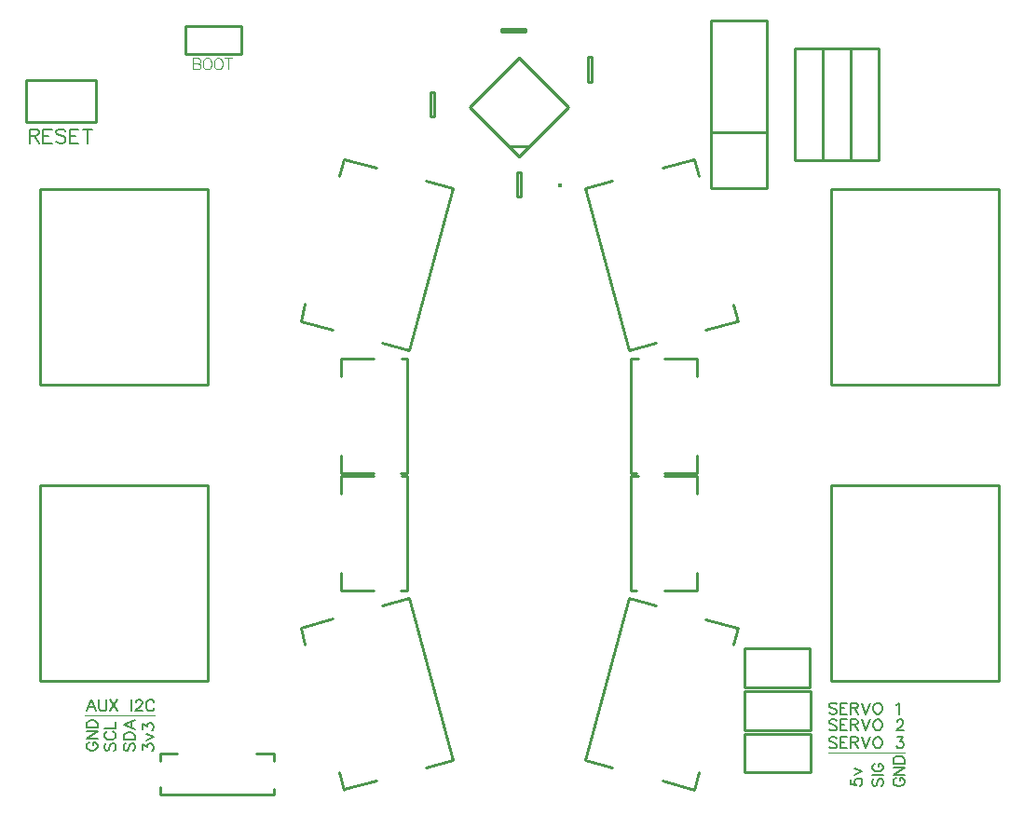
<source format=gto>
G04 DipTrace 3.0.0.2*
G04 TopSilk.gbr*
%MOMM*%
G04 #@! TF.FileFunction,Legend,Top*
G04 #@! TF.Part,Single*
%ADD10C,0.25*%
%ADD23C,0.1016*%
%ADD39O,0.39276X0.38997*%
%ADD82C,0.11111*%
%ADD83C,0.19608*%
%ADD84C,0.15686*%
%FSLAX35Y35*%
G04*
G71*
G90*
G75*
G01*
G04 TopSilk*
%LPD*%
X4873739Y3028357D2*
D10*
X4937227D1*
Y4064692D1*
X4888971D1*
X4634955D2*
X4335243D1*
X4333323Y3904690D2*
Y4064692D1*
X4634955Y3028357D2*
X4335243D1*
X4333323D2*
Y3188360D1*
X7032715Y4064703D2*
X6969227D1*
Y3028369D1*
X7017483D1*
X7271499D2*
X7571211D1*
X7573131Y3188371D2*
Y3028369D1*
X7271499Y4064703D2*
X7571211D1*
X7573131D2*
Y3904701D1*
X7033575Y5131503D2*
X6970087D1*
Y4095169D1*
X7018343D1*
X7272359D2*
X7572071D1*
X7573991Y4255171D2*
Y4095169D1*
X7272359Y5131503D2*
X7572071D1*
X7573991D2*
Y4971501D1*
X4873739Y4095157D2*
X4937227D1*
Y5131492D1*
X4888971D1*
X4634955D2*
X4335243D1*
X4333323Y4971490D2*
Y5131492D1*
X4634955Y4095157D2*
X4335243D1*
X4333323D2*
Y4255160D1*
X8000607Y1720010D2*
X8600047D1*
Y1370010D1*
X8000607D1*
Y1720010D1*
Y2106090D2*
X8600047D1*
Y1756090D1*
X8000607D1*
Y2106090D1*
X7998067Y2497250D2*
X8597507D1*
Y2147250D1*
X7998067D1*
Y2497250D1*
X3431007Y8159170D2*
X2923007D1*
Y7905170D1*
X3431007D1*
Y8159170D1*
X5350067Y1481007D2*
X5104720Y1415354D1*
X5350067Y1481007D2*
X4955624Y2953155D1*
X4710278Y2887503D1*
X4258903Y2766445D2*
X3969447Y2688981D1*
X4653345Y1294296D2*
X4363890Y1216833D1*
X4361917Y1216312D2*
X4320627Y1370891D1*
X4008906Y2533881D2*
X3967474Y2688460D1*
X6950538Y2952765D2*
X7195784Y2887113D1*
X6950538Y2952765D2*
X6556030Y1480617D1*
X6801417Y1414964D1*
X7252726Y1293906D2*
X7542229Y1216443D1*
X7647234Y2766055D2*
X7936737Y2688591D1*
X7938569Y2688070D2*
X7897131Y2533491D1*
X7585500Y1370501D2*
X7544062Y1215922D1*
X6555807Y6680250D2*
X6801153Y6745903D1*
X6555807Y6680250D2*
X6950249Y5208102D1*
X7195596Y5273755D1*
X7646971Y5394813D2*
X7936426Y5472276D1*
X7252528Y6866961D2*
X7541984Y6944424D1*
X7543956Y6944945D2*
X7585247Y6790366D1*
X7896968Y5627376D2*
X7938399Y5472797D1*
X4955556Y5208692D2*
X4710309Y5274345D1*
X4955556Y5208692D2*
X5350063Y6680840D1*
X5104676Y6746493D1*
X4653367Y6867551D2*
X4363864Y6945014D1*
X4258859Y5395403D2*
X3969356Y5472866D1*
X3967524Y5473387D2*
X4008962Y5627966D1*
X4320594Y6790956D2*
X4362032Y6945535D1*
X8201127Y8207430D2*
X7693127D1*
Y7191430D1*
X8201127D1*
Y8207430D1*
X9217139Y7953475D2*
X8963127D1*
Y6937385D1*
X9217139D1*
Y7953475D1*
X8963139D2*
X8709127D1*
Y6937385D1*
X8963139D1*
Y7953475D1*
X8709139D2*
X8455127D1*
Y6937385D1*
X8709139D1*
Y7953475D1*
X7693127Y6683430D2*
X8201127D1*
Y7191430D1*
X7693127D1*
Y6683430D1*
X5939898Y6602785D2*
X5971635D1*
Y6825035D1*
X5939898D1*
Y6602785D1*
X5793842Y8131859D2*
X6016092D1*
Y8100122D1*
X5793842D1*
Y8131859D1*
X5149958Y7331765D2*
X5181695D1*
Y7554015D1*
X5149958D1*
Y7331765D1*
X6611715Y7871515D2*
X6579978D1*
Y7649265D1*
X6611715D1*
Y7871515D1*
X2105867Y7280330D2*
X1470867D1*
Y7661330D1*
X2105867D1*
Y7280330D1*
X2689327Y1236401D2*
Y1172904D1*
X3725647D1*
Y1221149D1*
Y1475139D2*
Y1538636D1*
X3565639D2*
X3725647D1*
X2689327Y1475139D2*
Y1538636D1*
X2849335D1*
X1597097Y3983410D2*
X3121031D1*
Y2205410D1*
X1597097D1*
Y3983410D1*
X10309356Y2205410D2*
X8785422D1*
Y3983410D1*
X10309356D1*
Y2205410D1*
Y4897810D2*
X8785422D1*
Y6675810D1*
X10309356D1*
Y4897810D1*
X1597097Y6675810D2*
X3121031D1*
Y4897810D1*
X1597097D1*
Y6675810D1*
X5948760Y6970667D2*
X5499723Y7419704D1*
X5948760Y7868740D1*
X6397797Y7419704D1*
X5948760Y6970667D1*
X6038524Y7060540D2*
X5858997D1*
D39*
X6323257Y6707832D3*
X2011147Y1892990D2*
D23*
X2646153D1*
X8759927Y1550090D2*
X9458427D1*
X2990278Y7863712D2*
D82*
Y7761624D1*
X3034078D1*
X3048678Y7766566D1*
X3053507Y7771395D1*
X3058336Y7781054D1*
Y7795654D1*
X3053507Y7805424D1*
X3048678Y7810254D1*
X3034078Y7815083D1*
X3048678Y7820024D1*
X3053507Y7824854D1*
X3058336Y7834512D1*
Y7844283D1*
X3053507Y7853941D1*
X3048678Y7858883D1*
X3034078Y7863712D1*
X2990278D1*
Y7815083D2*
X3034078D1*
X3109759Y7863712D2*
X3099988Y7858883D1*
X3090329Y7849112D1*
X3085388Y7839454D1*
X3080559Y7824854D1*
Y7800483D1*
X3085388Y7785995D1*
X3090329Y7776224D1*
X3099988Y7766566D1*
X3109759Y7761624D1*
X3129188D1*
X3138846Y7766566D1*
X3148617Y7776224D1*
X3153446Y7785995D1*
X3158276Y7800483D1*
Y7824854D1*
X3153446Y7839454D1*
X3148617Y7849112D1*
X3138846Y7858883D1*
X3129188Y7863712D1*
X3109759D1*
X3209698D2*
X3199927Y7858883D1*
X3190269Y7849112D1*
X3185327Y7839454D1*
X3180498Y7824854D1*
Y7800483D1*
X3185327Y7785995D1*
X3190269Y7776224D1*
X3199927Y7766566D1*
X3209698Y7761624D1*
X3229127D1*
X3238786Y7766566D1*
X3248556Y7776224D1*
X3253386Y7785995D1*
X3258215Y7800483D1*
Y7824854D1*
X3253386Y7839454D1*
X3248556Y7849112D1*
X3238786Y7858883D1*
X3229127Y7863712D1*
X3209698D1*
X3314466D2*
Y7761624D1*
X3280437Y7863712D2*
X3348495D1*
X1506044Y7157975D2*
D83*
X1560654D1*
X1578904Y7164152D1*
X1585081Y7170189D1*
X1591117Y7182262D1*
Y7194475D1*
X1585081Y7206548D1*
X1578904Y7212725D1*
X1560654Y7218762D1*
X1506044D1*
Y7091152D1*
X1548581Y7157975D2*
X1591117Y7091152D1*
X1709229Y7218762D2*
X1630333D1*
Y7091152D1*
X1709229D1*
X1630333Y7157975D2*
X1678906D1*
X1833518Y7200512D2*
X1821445Y7212725D1*
X1803195Y7218762D1*
X1778908D1*
X1760658Y7212725D1*
X1748445Y7200512D1*
Y7188439D1*
X1754621Y7176225D1*
X1760658Y7170189D1*
X1772731Y7164152D1*
X1809231Y7151939D1*
X1821445Y7145902D1*
X1827481Y7139725D1*
X1833518Y7127652D1*
Y7109402D1*
X1821445Y7097329D1*
X1803195Y7091152D1*
X1778908D1*
X1760658Y7097329D1*
X1748445Y7109402D1*
X1951629Y7218762D2*
X1872733D1*
Y7091152D1*
X1951629D1*
X1872733Y7157975D2*
X1921306D1*
X2033382Y7218762D2*
Y7091152D1*
X1990845Y7218762D2*
X2075918D1*
X8839082Y1988710D2*
D84*
X8829423Y1998481D1*
X8814823Y2003310D1*
X8795394D1*
X8780794Y1998481D1*
X8771023Y1988710D1*
Y1979052D1*
X8775965Y1969281D1*
X8780794Y1964452D1*
X8790452Y1959623D1*
X8819652Y1949852D1*
X8829423Y1945023D1*
X8834252Y1940081D1*
X8839082Y1930423D1*
Y1915823D1*
X8829423Y1906164D1*
X8814823Y1901223D1*
X8795394D1*
X8780794Y1906164D1*
X8771023Y1915823D1*
X8933571Y2003310D2*
X8870454D1*
Y1901223D1*
X8933571D1*
X8870454Y1954681D2*
X8909313D1*
X8964944D2*
X9008631D1*
X9023231Y1959623D1*
X9028173Y1964452D1*
X9033002Y1974110D1*
Y1983881D1*
X9028173Y1993539D1*
X9023231Y1998481D1*
X9008631Y2003310D1*
X8964944D1*
Y1901223D1*
X8998973Y1954681D2*
X9033002Y1901223D1*
X9064375Y2003310D2*
X9103233Y1901223D1*
X9142092Y2003310D1*
X9202664D2*
X9192893Y1998481D1*
X9183235Y1988710D1*
X9178293Y1979052D1*
X9173464Y1964452D1*
Y1940081D1*
X9178293Y1925593D1*
X9183235Y1915823D1*
X9192893Y1906164D1*
X9202664Y1901223D1*
X9222093D1*
X9231752Y1906164D1*
X9241523Y1915823D1*
X9246352Y1925593D1*
X9251181Y1940081D1*
Y1964452D1*
X9246352Y1979052D1*
X9241523Y1988710D1*
X9231752Y1998481D1*
X9222093Y2003310D1*
X9202664D1*
X9381311Y1983769D2*
X9391082Y1988710D1*
X9405682Y2003198D1*
Y1901223D1*
X8839082Y1838850D2*
X8829423Y1848621D1*
X8814823Y1853450D1*
X8795394D1*
X8780794Y1848621D1*
X8771023Y1838850D1*
Y1829192D1*
X8775965Y1819421D1*
X8780794Y1814592D1*
X8790452Y1809763D1*
X8819652Y1799992D1*
X8829423Y1795163D1*
X8834252Y1790221D1*
X8839082Y1780563D1*
Y1765963D1*
X8829423Y1756304D1*
X8814823Y1751363D1*
X8795394D1*
X8780794Y1756304D1*
X8771023Y1765963D1*
X8933571Y1853450D2*
X8870454D1*
Y1751363D1*
X8933571D1*
X8870454Y1804821D2*
X8909313D1*
X8964944D2*
X9008631D1*
X9023231Y1809763D1*
X9028173Y1814592D1*
X9033002Y1824250D1*
Y1834021D1*
X9028173Y1843679D1*
X9023231Y1848621D1*
X9008631Y1853450D1*
X8964944D1*
Y1751363D1*
X8998973Y1804821D2*
X9033002Y1751363D1*
X9064375Y1853450D2*
X9103233Y1751363D1*
X9142092Y1853450D1*
X9202664D2*
X9192893Y1848621D1*
X9183235Y1838850D1*
X9178293Y1829192D1*
X9173464Y1814592D1*
Y1790221D1*
X9178293Y1775733D1*
X9183235Y1765963D1*
X9192893Y1756304D1*
X9202664Y1751363D1*
X9222093D1*
X9231752Y1756304D1*
X9241523Y1765963D1*
X9246352Y1775733D1*
X9251181Y1790221D1*
Y1814592D1*
X9246352Y1829192D1*
X9241523Y1838850D1*
X9231752Y1848621D1*
X9222093Y1853450D1*
X9202664D1*
X9386252Y1829079D2*
Y1833909D1*
X9391082Y1843679D1*
X9395911Y1848509D1*
X9405682Y1853338D1*
X9425111D1*
X9434769Y1848509D1*
X9439598Y1843679D1*
X9444540Y1833909D1*
Y1824250D1*
X9439598Y1814479D1*
X9429940Y1799992D1*
X9381311Y1751363D1*
X9449369D1*
X8839082Y1678830D2*
X8829423Y1688601D1*
X8814823Y1693430D1*
X8795394D1*
X8780794Y1688601D1*
X8771023Y1678830D1*
Y1669172D1*
X8775965Y1659401D1*
X8780794Y1654572D1*
X8790452Y1649743D1*
X8819652Y1639972D1*
X8829423Y1635143D1*
X8834252Y1630201D1*
X8839082Y1620543D1*
Y1605943D1*
X8829423Y1596284D1*
X8814823Y1591343D1*
X8795394D1*
X8780794Y1596284D1*
X8771023Y1605943D1*
X8933571Y1693430D2*
X8870454D1*
Y1591343D1*
X8933571D1*
X8870454Y1644801D2*
X8909313D1*
X8964944D2*
X9008631D1*
X9023231Y1649743D1*
X9028173Y1654572D1*
X9033002Y1664230D1*
Y1674001D1*
X9028173Y1683659D1*
X9023231Y1688601D1*
X9008631Y1693430D1*
X8964944D1*
Y1591343D1*
X8998973Y1644801D2*
X9033002Y1591343D1*
X9064375Y1693430D2*
X9103233Y1591343D1*
X9142092Y1693430D1*
X9202664D2*
X9192893Y1688601D1*
X9183235Y1678830D1*
X9178293Y1669172D1*
X9173464Y1654572D1*
Y1630201D1*
X9178293Y1615713D1*
X9183235Y1605943D1*
X9192893Y1596284D1*
X9202664Y1591343D1*
X9222093D1*
X9231752Y1596284D1*
X9241523Y1605943D1*
X9246352Y1615713D1*
X9251181Y1630201D1*
Y1654572D1*
X9246352Y1669172D1*
X9241523Y1678830D1*
X9231752Y1688601D1*
X9222093Y1693430D1*
X9202664D1*
X9391082Y1693318D2*
X9444428D1*
X9415340Y1654459D1*
X9429940D1*
X9439598Y1649630D1*
X9444428Y1644801D1*
X9449369Y1630201D1*
Y1620543D1*
X9444428Y1605943D1*
X9434769Y1596172D1*
X9420169Y1591343D1*
X9405569D1*
X9391082Y1596172D1*
X9386252Y1601113D1*
X9381311Y1610772D1*
X2105152Y1929163D2*
X2066182Y2031250D1*
X2027323Y1929163D1*
X2041923Y1963192D2*
X2090552D1*
X2136525Y2031250D2*
Y1958363D1*
X2141354Y1943763D1*
X2151125Y1934104D1*
X2165725Y1929163D1*
X2175383D1*
X2189983Y1934104D1*
X2199754Y1943763D1*
X2204583Y1958363D1*
Y2031250D1*
X2235956D2*
X2304014Y1929163D1*
Y2031250D2*
X2235956Y1929163D1*
X2434144Y2031250D2*
Y1929163D1*
X2470458Y2006879D2*
Y2011709D1*
X2475287Y2021479D1*
X2480117Y2026309D1*
X2489887Y2031138D1*
X2509317D1*
X2518975Y2026309D1*
X2523804Y2021479D1*
X2528746Y2011709D1*
Y2002050D1*
X2523804Y1992279D1*
X2514146Y1977792D1*
X2465517Y1929163D1*
X2533575D1*
X2637835Y2006992D2*
X2633006Y2016650D1*
X2623235Y2026421D1*
X2613577Y2031250D1*
X2594148D1*
X2584377Y2026421D1*
X2574718Y2016650D1*
X2569777Y2006992D1*
X2564948Y1992392D1*
Y1968021D1*
X2569777Y1953533D1*
X2574718Y1943763D1*
X2584377Y1934104D1*
X2594148Y1929163D1*
X2613577D1*
X2623235Y1934104D1*
X2633006Y1943763D1*
X2637835Y1953533D1*
X2045312Y1644845D2*
X2035654Y1640015D1*
X2025883Y1630245D1*
X2021054Y1620586D1*
Y1601157D1*
X2025883Y1591386D1*
X2035653Y1581728D1*
X2045312Y1576786D1*
X2059912Y1571957D1*
X2084283D1*
X2098770Y1576786D1*
X2108541Y1581728D1*
X2118200Y1591386D1*
X2123141Y1601157D1*
Y1620586D1*
X2118200Y1630245D1*
X2108541Y1640015D1*
X2098771Y1644845D1*
X2084283D1*
Y1620586D1*
X2021054Y1744276D2*
X2123141Y1744275D1*
X2021054Y1676217D1*
X2123141D1*
X2021054Y1775648D2*
X2123141D1*
Y1809677D1*
X2118200Y1824277D1*
X2108541Y1834048D1*
X2098770Y1838877D1*
X2084283Y1843707D1*
X2059912D1*
X2045312Y1838877D1*
X2035654Y1834048D1*
X2025883Y1824277D1*
X2021054Y1809677D1*
Y1775648D1*
X2200754Y1637475D2*
X2190983Y1627817D1*
X2186154Y1613217D1*
X2186153Y1593788D1*
X2190983Y1579188D1*
X2200753Y1569417D1*
X2210412D1*
X2220183Y1574359D1*
X2225012Y1579188D1*
X2229841Y1588846D1*
X2239612Y1618046D1*
X2244441Y1627817D1*
X2249383Y1632646D1*
X2259041Y1637475D1*
X2273641D1*
X2283300Y1627817D1*
X2288241Y1613217D1*
Y1593788D1*
X2283300Y1579188D1*
X2273641Y1569417D1*
X2210412Y1741736D2*
X2200754Y1736906D1*
X2190983Y1727136D1*
X2186154Y1717477D1*
Y1698048D1*
X2190983Y1688277D1*
X2200754Y1678619D1*
X2210412Y1673677D1*
X2225012Y1668848D1*
X2249383D1*
X2263871Y1673677D1*
X2273641Y1678619D1*
X2283300Y1688277D1*
X2288241Y1698048D1*
Y1717477D1*
X2283300Y1727135D1*
X2273641Y1736906D1*
X2263870Y1741736D1*
X2186154Y1773108D2*
X2288241D1*
Y1831396D1*
X2376014Y1634935D2*
X2366243Y1625277D1*
X2361414Y1610677D1*
X2361413Y1591248D1*
X2366243Y1576648D1*
X2376013Y1566877D1*
X2385672D1*
X2395443Y1571819D1*
X2400272Y1576648D1*
X2405101Y1586306D1*
X2414872Y1615506D1*
X2419701Y1625277D1*
X2424643Y1630106D1*
X2434301Y1634935D1*
X2448901D1*
X2458560Y1625277D1*
X2463501Y1610677D1*
Y1591248D1*
X2458560Y1576648D1*
X2448901Y1566877D1*
X2361414Y1666308D2*
X2463501D1*
Y1700337D1*
X2458560Y1714937D1*
X2448901Y1724708D1*
X2439130Y1729537D1*
X2424643Y1734366D1*
X2400272D1*
X2385672Y1729537D1*
X2376014Y1724708D1*
X2366243Y1714937D1*
X2361414Y1700337D1*
Y1666308D1*
X2463501Y1843568D2*
X2361414Y1804597D1*
X2463501Y1765739D1*
X2429472Y1780339D2*
Y1828968D1*
X2531706Y1574108D2*
Y1627454D1*
X2570564Y1598366D1*
Y1612966D1*
X2575394Y1622625D1*
X2580223Y1627454D1*
X2594823Y1632395D1*
X2604481D1*
X2619081Y1627454D1*
X2628852Y1617795D1*
X2633681Y1603195D1*
Y1588595D1*
X2628852Y1574108D1*
X2623910Y1569279D1*
X2614252Y1564337D1*
X2565623Y1663768D2*
X2633681Y1692968D1*
X2565623Y1722056D1*
X2531706Y1763199D2*
Y1816545D1*
X2570564Y1787457D1*
Y1802057D1*
X2575394Y1811716D1*
X2580223Y1816545D1*
X2594823Y1821487D1*
X2604481Y1821486D1*
X2619081Y1816545D1*
X2628852Y1806886D1*
X2633681Y1792286D1*
Y1777686D1*
X2628852Y1763199D1*
X2623910Y1758370D1*
X2614252Y1753428D1*
X9378292Y1319725D2*
X9368634Y1314895D1*
X9358863Y1305125D1*
X9354034Y1295466D1*
Y1276037D1*
X9358863Y1266266D1*
X9368633Y1256608D1*
X9378292Y1251666D1*
X9392892Y1246837D1*
X9417263D1*
X9431750Y1251666D1*
X9441521Y1256608D1*
X9451180Y1266266D1*
X9456121Y1276037D1*
Y1295466D1*
X9451180Y1305125D1*
X9441521Y1314895D1*
X9431751Y1319725D1*
X9417263D1*
Y1295466D1*
X9354034Y1419156D2*
X9456121Y1419155D1*
X9354034Y1351097D1*
X9456121D1*
X9354034Y1450528D2*
X9456121D1*
Y1484557D1*
X9451180Y1499157D1*
X9441521Y1508928D1*
X9431750Y1513757D1*
X9417263Y1518587D1*
X9392892D1*
X9378292Y1513757D1*
X9368634Y1508928D1*
X9358863Y1499157D1*
X9354034Y1484557D1*
Y1450528D1*
X9175594Y1314895D2*
X9165823Y1305237D1*
X9160994Y1290637D1*
X9160993Y1271208D1*
X9165823Y1256608D1*
X9175593Y1246837D1*
X9185252D1*
X9195023Y1251779D1*
X9199852Y1256608D1*
X9204681Y1266266D1*
X9214452Y1295466D1*
X9219281Y1305237D1*
X9224223Y1310066D1*
X9233881Y1314895D1*
X9248481D1*
X9258140Y1305237D1*
X9263081Y1290637D1*
Y1271208D1*
X9258140Y1256608D1*
X9248481Y1246837D1*
X9160994Y1346268D2*
X9263081D1*
X9185252Y1450528D2*
X9175594Y1445699D1*
X9165823Y1435928D1*
X9160994Y1426270D1*
Y1406840D1*
X9165823Y1397070D1*
X9175594Y1387411D1*
X9185252Y1382470D1*
X9199852Y1377640D1*
X9224223D1*
X9238710Y1382470D1*
X9248481Y1387411D1*
X9258140Y1397070D1*
X9263081Y1406840D1*
Y1426270D1*
X9258140Y1435928D1*
X9248481Y1445699D1*
X9238710Y1450528D1*
X9224223D1*
Y1426270D1*
X8970606Y1307665D2*
Y1259148D1*
X9014293Y1254319D1*
X9009464Y1259148D1*
X9004523Y1273748D1*
Y1288236D1*
X9009464Y1302835D1*
X9019123Y1312606D1*
X9033723Y1317435D1*
X9043381D1*
X9057981Y1312606D1*
X9067752Y1302835D1*
X9072581Y1288235D1*
Y1273748D1*
X9067752Y1259148D1*
X9062810Y1254319D1*
X9053152Y1249377D1*
X9004523Y1348808D2*
X9072581Y1378008D1*
X9004523Y1407096D1*
M02*

</source>
